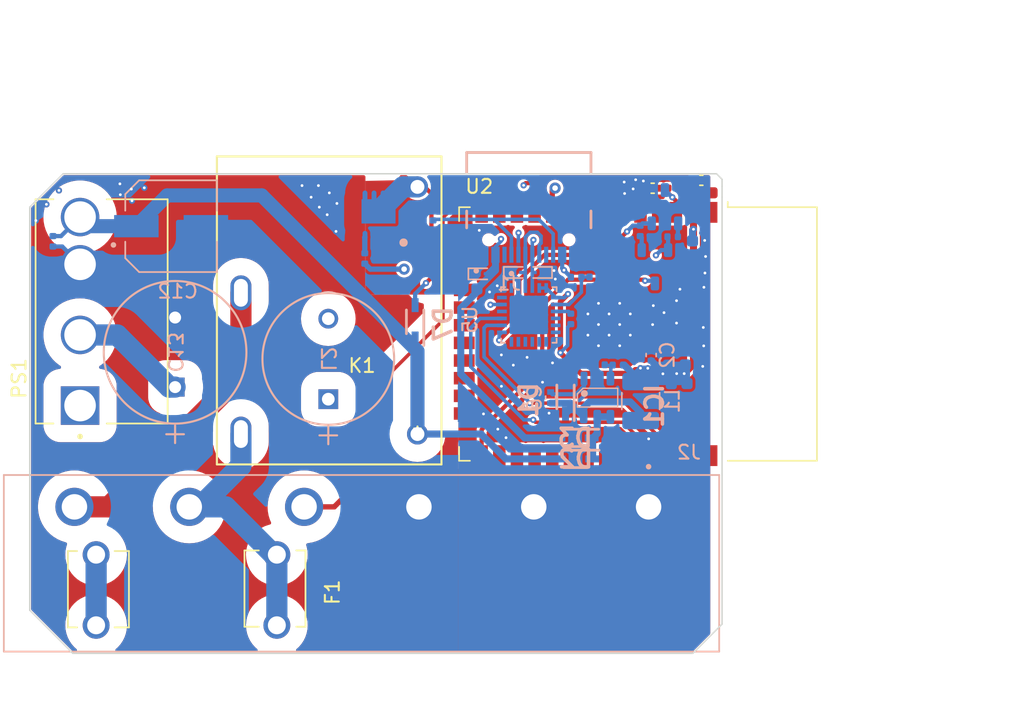
<source format=kicad_pcb>
(kicad_pcb (version 20221018) (generator pcbnew)
  (layers (0 "F.Cu" signal) (1 "In1.Cu" signal) (2 "In2.Cu" signal) (31 "B.Cu" signal) (34 "B.Paste" user) (35 "F.Paste" user) (36 "B.SilkS" user "B.Silkscreen") (37 "F.SilkS" user "F.Silkscreen") (38 "B.Mask" user) (39 "F.Mask" user) (44 "Edge.Cuts" user))
  (net 0 "")
  (net 1 "3v3")
  (net 2 "GND")
  (net 3 "/ESP32/EN")
  (net 4 "Net-(Q1-B)")
  (net 5 "/ESP32/RTS")
  (net 6 "Net-(Q2-B)")
  (net 7 "/ESP32/DTR")
  (net 8 "/VUSB")
  (net 9 "Net-(U5-~{RST})")
  (net 10 "/ESP32/IO0")
  (net 11 "/ESP32/CP210x_VBUS")
  (net 12 "/ESP32/TMS")
  (net 13 "/ESP32/TDI")
  (net 20 "/VDC-WALL")
  (net 21 "Net-(D7-A)")
  (net 30 "/ESP32/TCK")
  (net 32 "/ESP32/TDO")
  (net 33 "/ESP32/ESP_UART2_RX")
  (net 34 "/ESP32/ESP_UART2_TX")
  (net 37 "/ESP32/ESP32_SS")
  (net 38 "/ESP32/ESP32_SCK")
  (net 40 "/ESP32/ESP32_MISO")
  (net 43 "Net-(J1-CC1)")
  (net 44 "/D+")
  (net 45 "/D-")
  (net 46 "/ESP32/CP210x_TX")
  (net 47 "/ESP32/CP210x_RX")
  (net 48 "Net-(IC1-BST)")
  (net 49 "Net-(D1-K)")
  (net 50 "/3V3-Supply/FB")
  (net 51 "/3V3-Supply/VIN")
  (net 64 "/ESP32/ESP32_MOSI")
  (net 65 "Net-(PS1-AC(L))")
  (net 66 "/ESP32/RELAY_OUT")
  (net 67 "Net-(PS1-+V(CAP))")
  (net 68 "Net-(Q3-G)")
  (net 69 "/AC_LIVE_SWITCHED")
  (net 70 "/AC_LIVE")
  (net 71 "/SWITCH_IN")
  (net 72 "Net-(F1-Pad2)")
  (footprint "esp32-socket-switcher:C_0603_1608Metric" (layer "F.Cu") (at 103.23 43.07)
    (fp_text reference "C11" hide)
    (fp_text value "4.7uF" hide)
  )
  (footprint "esp32-socket-switcher:C_0402_1005Metric" (layer "F.Cu") (at 99.71 42.74 180)
    (fp_text reference "C9" hide)
    (fp_text value "100nF")
  )
  (footprint "esp32-socket-switcher:ESP32-WROOM-32" (layer "F.Cu") (at 95.665 53.225 -90)
    (fp_text reference "U2")
    (fp_text value "ESP32-WROOM-32E-H4")
  )
  (footprint "esp32-socket-switcher:CONV_LS01-K3B05SS" (layer "F.Cu") (at 58.52 51.6 90)
    (fp_text reference "PS1")
    (fp_text value "LS01-K3B05SS")
  )
  (footprint "esp32-socket-switcher:C_0402_1005Metric" (layer "F.Cu") (at 103.21 42.17)
    (fp_text reference "C4" hide)
    (fp_text value "100nF")
  )
  (footprint "esp32-socket-switcher:FUSE_3519" (layer "F.Cu") (at 66.175 71.64 -90)
    (fp_text reference "F1")
    (fp_text value "Fuse 1A/300V")
  )
  (footprint "esp32-socket-switcher:R_0402_1005Metric" (layer "F.Cu") (at 91.19 42.75 -90)
    (fp_text reference "R13" hide)
    (fp_text value "10k" hide)
  )
  (footprint "esp32-socket-switcher:RELAY_G5CA_OMR" (layer "F.Cu") (at 82.79 60.422601 180)
    (fp_text reference "K1")
    (fp_text value "G5CA-1A DC5")
  )
  (footprint "esp32-socket-switcher:R_0402_1005Metric" (layer "F.Cu") (at 101.21 42.73)
    (fp_text reference "R6" hide)
    (fp_text value "10k" hide)
  )
  (footprint "esp32-socket-switcher:SOD2512X110N" (layer "B.Cu") (at 82.62 52.35 90)
    (fp_text reference "D7")
    (fp_text value "NSR0530HT1G" hide)
  )
  (footprint "esp32-socket-switcher:D_SOD-923" (layer "B.Cu") (at 87.3125 48.9)
    (fp_text reference "D4" hide)
    (fp_text value "ESD9B3.3ST5G")
  )
  (footprint "esp32-socket-switcher:R_0402_1005Metric" (layer "B.Cu") (at 83.91 45.43 90)
    (fp_text reference "R7" hide)
    (fp_text value "5.1k" hide)
  )
  (footprint "esp32-socket-switcher:C_0603_1608Metric" (layer "B.Cu") (at 102.575 47.28 -90)
    (fp_text reference "C3" hide)
    (fp_text value "4.7uF" hide)
  )
  (footprint "esp32-socket-switcher:U1-S_NCH" (layer "B.Cu") (at 65.355 57.045 90)
    (fp_text reference "C13")
    (fp_text value "UCY2G100MPD")
  )
  (footprint "esp32-socket-switcher:R_0402_1005Metric" (layer "B.Cu") (at 101.15 46.23)
    (fp_text reference "R2" hide)
    (fp_text value "10k" hide)
  )
  (footprint "esp32-socket-switcher:C_0603_1608Metric" (layer "B.Cu") (at 100.84 54.72 90)
    (fp_text reference "C10" hide)
    (fp_text value "4.7uF" hide)
  )
  (footprint "esp32-socket-switcher:SOD2512X110N" (layer "B.Cu") (at 94.155 62.21 180)
    (fp_text reference "D2")
    (fp_text value "NSR0530HT1G" hide)
  )
  (footprint "esp32-socket-switcher:R_0402_1005Metric" (layer "B.Cu") (at 79 47.79 90)
    (fp_text reference "R12" hide)
    (fp_text value "10" hide)
  )
  (footprint "esp32-socket-switcher:R_0402_1005Metric" (layer "B.Cu") (at 98.81 45.81 -90)
    (fp_text reference "R1" hide)
    (fp_text value "10k" hide)
  )
  (footprint "Inductor_SMD:L_1210_3225Metric" (layer "B.Cu") (at 98.85 58.05 90)
    (fp_text reference "L1")
    (fp_text value "2.2uH")
  )
  (footprint "esp32-socket-switcher:QFN50P400X400X80-25N" (layer "B.Cu") (at 90.8 51.855 -90)
    (fp_text reference "U5")
    (fp_text value "CP2102N-A02-GQFN24R")
  )
  (footprint "esp32-socket-switcher:R_0402_1005Metric" (layer "B.Cu") (at 94.205 49.14 180)
    (fp_text reference "R4" hide)
    (fp_text value "22k" hide)
  )
  (footprint "esp32-socket-switcher:GCT_USB4110GFA" (layer "B.Cu") (at 90.8 46.45)
    (fp_text reference "J1")
    (fp_text value "USB4110GFA")
  )
  (footprint "esp32-socket-switcher:D_SOD-923" (layer "B.Cu") (at 89.86 48.8)
    (fp_text reference "D5" hide)
    (fp_text value "ESD9B3.3ST5G")
  )
  (footprint "esp32-socket-switcher:SOT-23-3" (layer "B.Cu") (at 99.87 48.39 -90)
    (fp_text reference "Q2" hide)
    (fp_text value "SS8050-G" hide)
  )
  (footprint "esp32-socket-switcher:SOT95P280X100-6N" (layer "B.Cu") (at 95.72 57.83 -90)
    (fp_text reference "IC1")
    (fp_text value "ADP2301AUJZ-R7" hide)
  )
  (footprint "esp32-socket-switcher:SOT-23-3" (layer "B.Cu") (at 100.59 44.07 90)
    (fp_text reference "Q1" hide)
    (fp_text value "SS8050-G" hide)
  )
  (footprint "esp32-socket-switcher:C_0603_1608Metric" (layer "B.Cu") (at 102.05 54.7 90)
    (fp_text reference "C1" hide)
    (fp_text value "4.7uF" hide)
  )
  (footprint "esp32-socket-switcher:R_0402_1005Metric" (layer "B.Cu") (at 97.21 55.46)
    (fp_text reference "R5" hide)
    (fp_text value "31.6k" hide)
  )
  (footprint "esp32-socket-switcher:C_0603_1608Metric" (layer "B.Cu") (at 101.05 57.55 -90)
    (fp_text reference "C8" hide)
    (fp_text value "4.7uF" hide)
  )
  (footprint "esp32-socket-switcher:SOD2512X110N" (layer "B.Cu") (at 93.44 57.75 90)
    (fp_text reference "D1")
    (fp_text value "NSR0530HT1G" hide)
  )
  (footprint "esp32-socket-switcher:R_0402_1005Metric" (layer "B.Cu") (at 95.54 49.12 180)
    (fp_text reference "R9" hide)
    (fp_text value "47.5k" hide)
  )
  (footprint "esp32-socket-switcher:C_0402_1005Metric" (layer "B.Cu") (at 92.37 57.8 -90)
    (fp_text reference "C6")
    (fp_text value "100nF")
  )
  (footprint "esp32-socket-switcher:R_0402_1005Metric" (layer "B.Cu") (at 95.885 55.44)
    (fp_text reference "R11" hide)
    (fp_text value "10.2k" hide)
  )
  (footprint "esp32-socket-switcher:C_0603_1608Metric" (layer "B.Cu") (at 102.18 57.54 -90)
    (fp_text reference "C7" hide)
    (fp_text value "4.7uF" hide)
  )
  (footprint "esp32-socket-switcher:C_0402_1005Metric" (layer "B.Cu") (at 99.6 54.74 90)
    (fp_text reference "C2")
    (fp_text value "100nF")
  )
  (footprint "esp32-socket-switcher:SOD2512X110N" (layer "B.Cu") (at 94.125 60.7 180)
    (fp_text reference "D3")
    (fp_text value "NSR0530HT1G" hide)
  )
  (footprint "esp32-socket-switcher:R_0402_1005Metric" (layer "B.Cu") (at 56.57 46.5575 90)
    (fp_text reference "R10" hide)
    (fp_text value "10k" hide)
  )
  (footprint "esp32-socket-switcher:R_0402_1005Metric" (layer "B.Cu") (at 93.82 52.14 -90)
    (fp_text reference "R3" hide)
    (fp_text value "1k" hide)
  )
  (footprint "esp32-socket-switcher:D_SOD-923" (layer "B.Cu") (at 91.61 48.8 180)
    (fp_text reference "D6" hide)
    (fp_text value "ESD9B3.3ST5G")
  )
  (footprint "esp32-socket-switcher:IND_BOURNS_RLB1014" (layer "B.Cu") (at 76.375 57.915 90)
    (fp_text reference "L2")
    (fp_text value "RLB1014-122KL")
  )
  (footprint "esp32-socket-switcher:TE_2-1437667-9" (layer "B.Cu") (at 78.765 65.66 180)
    (fp_text reference "J2")
    (fp_text value "4DB-P108-06")
  )
  (footprint "esp32-socket-switcher:C_0603_1608Metric" (layer "B.Cu") (at 86.315 49.985 180)
    (fp_text reference "C5" hide)
    (fp_text value "4.7uF" hide)
  )
  (footprint "esp32-socket-switcher:8-PowerVDFN" (layer "B.Cu") (at 79.98 44.78 90)
    (fp_text reference "Q3" hide)
    (fp_text value "CSD17575Q3T" hide)
  )
  (footprint "esp32-socket-switcher:CAP_EEEFK1C221XP" (layer "B.Cu") (at 65.07 45.47)
    (fp_text reference "C12")
    (fp_text value "EEE-FK1C221XP")
  )
  (gr_line (start 103.8 41.7) (end 103 41.7) (stroke (width 0.1)) (layer "Edge.Cuts"))
  (gr_line (start 103 41.7) (end 58.3 41.7) (stroke (width 0.1)) (layer "Edge.Cuts"))
  (gr_line (start 104.7 74.1) (end 104.7 43.4) (stroke (width 0.1)) (layer "Edge.Cuts"))
  (gr_line (start 104.3 41.7) (end 104.6 42) (stroke (width 0.1)) (layer "Edge.Cuts"))
  (gr_line (start 57.3 41.7) (end 55.2 43.8) (stroke (width 0.1)) (layer "Edge.Cuts"))
  (gr_line (start 103.8 41.7) (end 104.3 41.7) (stroke (width 0.1)) (layer "Edge.Cuts"))
  (gr_line (start 104.7 43.4) (end 104.7 42.6) (stroke (width 0.1)) (layer "Edge.Cuts"))
  (gr_line (start 54.9 44.1) (end 54.9 45.1) (stroke (width 0.1)) (layer "Edge.Cuts"))
  (gr_line (start 58 76.2) (end 102.6 76.2) (stroke (width 0.1)) (layer "Edge.Cuts"))
  (gr_line (start 104.6 42) (end 104.7 42.1) (stroke (width 0.1)) (layer "Edge.Cuts"))
  (gr_line (start 58.3 41.7) (end 57.3 41.7) (stroke (width 0.1)) (layer "Edge.Cuts"))
  (gr_line (start 102.6 76.2) (end 104.7 74.1) (stroke (width 0.1)) (layer "Edge.Cuts"))
  (gr_line (start 104.7 42.1) (end 104.7 42.6) (stroke (width 0.1)) (layer "Edge.Cuts"))
  (gr_line (start 54.9 45.1) (end 54.9 73.1) (stroke (width 0.1)) (layer "Edge.Cuts"))
  (gr_line (start 54.9 73.1) (end 58 76.2) (stroke (width 0.1)) (layer "Edge.Cuts"))
  (gr_line (start 55.2 43.8) (end 54.9 44.1) (stroke (width 0.1)) (layer "Edge.Cuts"))
  (segment (start 102.81 42.17) (end 102.48 42.5) (width 0.508) (layer "F.Cu") (net 1))
  (segment (start 94.545 56.06) (end 98.2 56.06) (width 0.381) (layer "F.Cu") (net 1))
  (segment (start 93.075 54.57) (end 93.075 54.59) (width 0.381) (layer "F.Cu") (net 1))
  (segment (start 102.645 44.475) (end 102.645 55.405) (width 0.508) (layer "F.Cu") (net 1))
  (segment (start 102.645 45.69) (end 102.645 44.475) (width 0.508) (layer "F.Cu") (net 1))
  (segment (start 102.645 43.235) (end 102.48 43.07) (width 0.508) (layer "F.Cu") (net 1))
  (segment (start 93.615 50.35) (end 93.075 50.89) (width 0.381) (layer "F.Cu") (net 1))
  (segment (start 101.435 56.075) (end 100.46 56.075) (width 0.508) (layer "F.Cu") (net 1))
  (segment (start 98.2 56.06) (end 98.465 55.795) (width 0.381) (layer "F.Cu") (net 1))
  (segment (start 101.975 56.075) (end 101.435 56.075) (width 0.508) (layer "F.Cu") (net 1))
  (segment (start 101.585 42.73) (end 102.14 42.73) (width 0.508) (layer "F.Cu") (net 1))
  (segment (start 102.48 42.5) (end 102.48 43.07) (width 0.508) (layer "F.Cu") (net 1))
  (segment (start 102.645 55.405) (end 101.975 56.075) (width 0.508) (layer "F.Cu") (net 1))
  (segment (start 98.83 55.68) (end 98.715 55.795) (width 0.381) (layer "F.Cu") (net 1))
  (segment (start 98.715 55.795) (end 98.465 55.795) (width 0.381) (layer "F.Cu") (net 1))
  (segment (start 93.075 54.59) (end 94.545 56.06) (width 0.381) (layer "F.Cu") (net 1))
  (segment (start 99.255 55.795) (end 99.36 55.69) (width 0.381) (layer "F.Cu") (net 1))
  (segment (start 90.58 42.375) (end 90.425 42.53) (width 0.3048) (layer "F.Cu") (net 1))
  (segment (start 91.19 42.375) (end 90.58 42.375) (width 0.3048) (layer "F.Cu") (net 1))
  (segment (start 102.645 44.475) (end 102.645 43.235) (width 0.508) (layer "F.Cu") (net 1))
  (segment (start 102.14 42.73) (end 102.48 43.07) (width 0.508) (layer "F.Cu") (net 1))
  (segment (start 98.465 55.795) (end 99.255 55.795) (width 0.381) (layer "F.Cu") (net 1))
  (segment (start 100.46 56.075) (end 100.445 56.09) (width 0.508) (layer "F.Cu") (net 1))
  (segment (start 93.075 50.89) (end 93.075 54.57) (width 0.381) (layer "F.Cu") (net 1))
  (via (at 99.36 55.69) (size 0.45) (drill 0.2) (layers "F.Cu" "B.Cu") (net 1))
  (via (at 102.645 45.69) (size 0.45) (drill 0.2) (layers "F.Cu" "B.Cu") (net 1))
  (via (at 98.83 55.68) (size 0.45) (drill 0.2) (layers "F.Cu" "B.Cu") (net 1))
  (via (at 101.435 56.075) (size 0.45) (drill 0.2) (layers "F.Cu" "B.Cu") (net 1))
  (via (at 90.425 42.53) (size 0.45) (drill 0.2) (layers "F.Cu" "B.Cu") (net 1))
  (via (at 100.445 56.09) (size 0.45) (drill 0.2) (layers "F.Cu" "B.Cu") (net 1))
  (via (at 93.075 54.57) (size 0.45) (drill 0.2) (layers "F.Cu" "B.Cu") (net 1))
  (via (at 93.615 50.35) (size 0.45) (drill 0.2) (layers "F.Cu" "B.Cu") (net 1))
  (via (at 101.975 56.075) (size 0.45) (drill 0.2) (layers "F.Cu" "B.Cu") (net 1))
  (segment (start 102.645 45.69) (end 102.575 45.76) (width 0.508) (layer "B.Cu") (net 1))
  (segment (start 100.84 55.47) (end 99.93 55.47) (width 0.508) (layer "B.Cu") (net 1))
  (segment (start 102.04 56.65) (end 102.18 56.79) (width 0.508) (layer "B.Cu") (net 1))
  (segment (start 92.05 49.92) (end 92.735 50.605) (width 0.25) (layer "B.Cu") (net 1))
  (segment (start 99.93 55.47) (end 99.6 55.14) (width 0.508) (layer "B.Cu") (net 1))
  (segment (start 93.595 54.05) (end 93.595 52.74) (width 0.254) (layer "B.Cu") (net 1))
  (segment (start 97.585 55.46) (end 97.66 55.46) (width 0.508) (layer "B.Cu") (net 1))
  (segment (start 98.85 56.65) (end 102.04 56.65) (width 0.508) (layer "B.Cu") (net 1))
  (segment (start 93.075 54.57) (end 93.595 54.05) (width 0.254) (layer "B.Cu") (net 1))
  (segment (start 102.05 55.45) (end 102.03 55.47) (width 0.508) (layer "B.Cu") (net 1))
  (segment (start 93.355 50.61) (end 92.74 50.61) (width 0.25) (layer "B.Cu") (net 1))
  (segment (start 93.595 52.74) (end 93.82 52.515) (width 0.254) (layer "B.Cu") (net 1))
  (segment (start 97.66 55.46) (end 98.85 56.65) (width 0.508) (layer "B.Cu") (net 1))
  (segment (start 92.74 50.61) (end 92.735 50.605) (width 0.25) (layer "B.Cu") (net 1))
  (segment (start 91.55 49.92) (end 92.05 49.92) (width 0.25) (layer "B.Cu") (net 1))
  (segment (start 102.575 45.76) (end 102.575 46.53) (width 0.508) (layer "B.Cu") (net 1))
  (segment (start 102.03 55.47) (end 100.84 55.47) (width 0.508) (layer "B.Cu") (net 1))
  (segment (start 93.615 50.35) (end 93.355 50.61) (width 0.25) (layer "B.Cu") (net 1))
  (via (at 88.83 56.985) (size 0.45) (drill 0.2) (layers "F.Cu" "B.Cu") (net 2))
  (via (at 99.04 42.22) (size 0.45) (drill 0.2) (layers "F.Cu" "B.Cu") (net 2))
  (via (at 98.305 42.79) (size 0.45) (drill 0.2) (layers "F.Cu" "B.Cu") (net 2))
  (via (at 76.45 43.075) (size 0.45) (drill 0.2) (layers "F.Cu" "B.Cu") (net 2))
  (via (at 89.16 60.685) (size 0.45) (drill 0.2) (layers "F.Cu" "B.Cu") (net 2))
  (via (at 103.395 49.865) (size 0.45) (drill 0.2) (layers "F.Cu" "B.Cu") (net 2))
  (via (at 103.38 54.08) (size 0.45) (drill 0.2) (layers "F.Cu" "B.Cu") (net 2))
  (via (at 92.61 48.665) (size 0.45) (drill 0.2) (layers "F.Cu" "B.Cu") (net 2))
  (via (at 76.93 45.845) (size 0.45) (drill 0.2) (layers "F.Cu" "B.Cu") (net 2))
  (via (at 62.255 43.64) (size 0.45) (drill 0.2) (layers "F.Cu" "B.Cu") (net 2))
  (via (at 92.505 55.305) (size 0.45) (drill 0.2) (layers "F.Cu" "B.Cu") (net 2))
  (via (at 101.425 52.44) (size 0.45) (drill 0.2) (layers "F.Cu" "B.Cu") (net 2))
  (via (at 87.235 45.77) (size 0.45) (drill 0.2) (layers "F.Cu" "B.Cu") (net 2))
  (via (at 87.54 58.975) (size 0.45) (drill 0.2) (layers "F.Cu" "B.Cu") (net 2))
  (via (at 75.73 44.1) (size 0.45) (drill 0.2) (layers "F.Cu" "B.Cu") (net 2))
  (via (at 74.485 42.55) (size 0.45) (drill 0.2) (layers "F.Cu" "B.Cu") (net 2))
  (via (at 103.515 47.65) (size 0.45) (drill 0.2) (layers "F.Cu" "B.Cu") (net 2))
  (via (at 88.53 49.755) (size 0.45) (drill 0.2) (layers "F.Cu" "B.Cu") (net 2))
  (via (at 57 42.9) (size 0.45) (drill 0.2) (layers "F.Cu" "B.Cu") (net 2))
  (via (at 100.525 51.69) (size 0.45) (drill 0.2) (layers "F.Cu" "B.Cu") (net 2))
  (via (at 103.35 52.755) (size 0.45) (drill 0.2) (layers "F.Cu" "B.Cu") (net 2))
  (via (at 101.670431 50.004859) (size 0.45) (drill 0.2) (layers "F.Cu" "B.Cu") (net 2))
  (via (at 97.66 42.295) (size 0.45) (drill 0.2) (layers "F.Cu" "B.Cu") (net 2))
  (via (at 55.34 45.065) (size 0.45) (drill 0.2) (layers "F.Cu" "B.Cu") (net 2))
  (via (at 75.14 43.385) (size 0.45) (drill 0.2) (layers "F.Cu" "B.Cu") (net 2))
  (via (at 62.21 42.8) (size 0.45) (drill 0.2) (layers "F.Cu" "B.Cu") (net 2))
  (via (at 99.42 60.77) (size 0.45) (drill 0.2) (layers "F.Cu" "B.Cu") (net 2))
  (via (at 92.705 49.275) (size 0.45) (drill 0.2) (layers "F.Cu" "B.Cu") (net 2))
  (via (at 89.685 55.465) (size 0.45) (drill 0.2) (layers "F.Cu" "B.Cu") (net 2))
  (via (at 90.675 54.905) (size 0.45) (drill 0.2) (layers "F.Cu" "B.Cu") (net 2))
  (via (at 98.485 42.13) (size 0.45) (drill 0.2) (layers "F.Cu" "B.Cu") (net 2))
  (via (at 99.705 52.55) (size 0.45) (drill 0.2) (layers "F.Cu" "B.Cu") (net 2))
  (via (at 92.255 58.92) (size 0.45) (drill 0.2) (layers "F.Cu" "B.Cu") (net 2))
  (via (at 103.47 48.84) (size 0.45) (drill 0.2) (layers "F.Cu" "B.Cu") (net 2))
  (via (at 63.14 42.71) (size 0.45) (drill 0.2) (layers "F.Cu" "B.Cu") (net 2))
  (via (at 61.385 42.425) (size 0.45) (drill 0.2) (layers "F.Cu" "B.Cu") (net 2))
  (via (at 76.995 43.835) (size 0.45) (drill 0.2) (layers "F.Cu" "B.Cu") (net 2))
  (via (at 91.785 56.695) (size 0.45) (drill 0.2) (layers "F.Cu" "B.Cu") (net 2))
  (via (at 103.31 55.555) (size 0.45) (drill 0.2) (layers "F.Cu" "B.Cu") (net 2))
  (via (at 75.665 42.55) (size 0.45) (drill 0.2) (layers "F.Cu" "B.Cu") (net 2))
  (via (at 88.57 60.07) (size 0.45) (drill 0.2) (layers "F.Cu" "B.Cu") (net 2))
  (via (at 61.415 43.205) (size 0.45) (drill 0.2) (layers "F.Cu" "B.Cu") (net 2))
  (via (at 87.975884 50.203389) (size 0.45) (drill 0.2) (layers "F.Cu" "B.Cu") (net 2))
  (via (at 76.295 44.645) (size 0.45) (drill 0.2) (layers "F.Cu" "B.Cu") (net 2))
  (via (at 56.1 43.9) (size 0.45) (drill 0.2) (layers "F.Cu" "B.Cu") (net 2))
  (via (at 99.755 51.185) (size 0.45) (drill 0.2) (layers "F.Cu" "B.Cu") (net 2))
  (via (at 97.69 43.12) (size 0.45) (drill 0.2) (layers "F.Cu" "B.Cu") (net 2))
  (via (at 88.825 54.73) (size 0.45) (drill 0.2) (layers "F.Cu" "B.Cu") (net 2))
  (via (at 103.45 46.495) (size 0.45) (drill 0.2) (layers "F.Cu" "B.Cu") (net 2))
  (via (at 101.425 50.83) (size 0.45) (drill 0.2) (layers "F.Cu" "B.Cu") (net 2))
  (segment (start 57.2375 46.9325) (end 58.52 48.215) (width 0.3048) (layer "B.Cu") (net 2))
  (segment (start 56.57 46.9325) (end 57.2375 46.9325) (width 0.3048) (layer "B.Cu") (net 2))
  (segment (start 100.835 42.73) (end 100.835 43.1) (width 0.3048) (layer "F.Cu") (net 3))
  (segment (start 101.375 43.64) (end 101.125 43.39) (width 0.3048) (layer "F.Cu") (net 3))
  (segment (start 100.11 42.74) (end 100.825 42.74) (width 0.3048) (layer "F.Cu") (net 3))
  (segment (start 100.835 43.1) (end 101.125 43.39) (width 0.3048) (layer "F.Cu") (net 3))
  (segment (start 101.375 44.475) (end 101.375 43.64) (width 0.3048) (layer "F.Cu") (net 3))
  (segment (start 100.825 42.74) (end 100.835 42.73) (width 0.3048) (layer "F.Cu") (net 3))
  (via (at 101.125 43.39) (size 0.45) (drill 0.2) (layers "F.Cu" "B.Cu") (net 3))
  (segment (start 101.11 43.39) (end 101.125 43.39) (width 0.3048) (layer "B.Cu") (net 3))
  (segment (start 100.59 42.87) (end 101.11 43.39) (width 0.3048) (layer "B.Cu") (net 3))
  (segment (start 101.525 45.285) (end 101.525 46.23) (width 0.3048) (layer "B.Cu") (net 4))
  (segment (start 101.54 45.27) (end 101.525 45.285) (width 0.3048) (layer "B.Cu") (net 4))
  (segment (start 90.11 52.235) (end 90.11 49.345) (width 0.3048) (layer "F.Cu") (net 5))
  (segment (start 90.11 49.345) (end 91.92 47.535) (width 0.3048) (layer "F.Cu") (net 5))
  (segment (start 88.67 53.675) (end 90.11 52.235) (width 0.3048) (layer "F.Cu") (net 5))
  (segment (start 91.92 47.535) (end 96.185 47.535) (width 0.3048) (layer "F.Cu") (net 5))
  (segment (start 96.185 47.535) (end 97.865 45.855) (width 0.3048) (layer "F.Cu") (net 5))
  (via (at 88.67 53.675) (size 0.45) (drill 0.2) (layers "F.Cu" "B.Cu") (net 5))
  (via (at 97.865 45.855) (size 0.45) (drill 0.2) (layers "F.Cu" "B.Cu") (net 5))
  (segment (start 99.64 45.27) (end 98.975 45.27) (width 0.3048) (layer "B.Cu") (net 5))
  (segment (start 98.285 45.435) (end 97.865 45.855) (width 0.3048) (layer "B.Cu") (net 5))
  (segment (start 98.975 45.27) (end 98.81 45.435) (width 0.3048) (layer "B.Cu") (net 5))
  (segment (start 98.81 45.435) (end 98.285 45.435) (width 0.3048) (layer "B.Cu") (net 5))
  (segment (start 88.67 53.3) (end 88.865 53.105) (width 0.254) (layer "B.Cu") (net 5))
  (segment (start 88.67 53.675) (end 88.67 53.3) (width 0.254) (layer "B.Cu") (net 5))
  (segment (start 98.92 47.19) (end 98.92 46.295) (width 0.3048) (layer "B.Cu") (net 6))
  (segment (start 98.92 46.295) (end 98.81 46.185) (width 0.3048) (layer "B.Cu") (net 6))
  (via (at 88.04 51.12) (size 0.45) (drill 0.2) (layers "F.Cu" "B.Cu") (net 7))
  (via (at 99.945 47.565) (size 0.45) (drill 0.2) (layers "F.Cu" "B.Cu") (net 7))
  (segment (start 88.055 51.105) (end 88.04 51.12) (width 0.254) (layer "B.Cu") (net 7))
  (segment (start 100.82 46.275) (end 100.82 47.19) (width 0.3048) (layer "B.Cu") (net 7))
  (segment (start 100.32 47.19) (end 99.945 47.565) (width 0.3048) (layer "B.Cu") (net 7))
  (segment (start 100.775 46.23) (end 100.82 46.275) (width 0.3048) (layer "B.Cu") (net 7))
  (segment (start 100.82 47.19) (end 100.32 47.19) (width 0.3048) (layer "B.Cu") (net 7))
  (segment (start 88.865 51.105) (end 88.055 51.105) (width 0.254) (layer "B.Cu") (net 7))
  (via (at 88.8 46.39) (size 0.45) (drill 0.2) (layers "F.Cu" "B.Cu") (net 8))
  (via (at 93.33 48.635) (size 0.45) (drill 0.2) (layers "F.Cu" "B.Cu") (net 8))
  (segment (start 87.065 49.985) (end 88.4 48.65) (width 0.508) (layer "B.Cu") (net 8))
  (segment (start 90.5 60.7) (end 92.925 60.7) (width 0.508) (layer "B.Cu") (net 8))
  (segment (start 88.4 48.65) (end 88.4 47.525) (width 0.508) (layer "B.Cu") (net 8))
  (segment (start 87.065 50.21) (end 85.905 51.37) (width 0.508) (layer "B.Cu") (net 8))
  (segment (start 93.33 48.635) (end 93.2 48.505) (width 0.3048) (layer "B.Cu") (net 8))
  (segment (start 93.33 48.635) (end 93.33 48.64) (width 0.3048) (layer "B.Cu") (net 8))
  (segment (start 85.905 56.105) (end 90.5 60.7) (width 0.508) (layer "B.Cu") (net 8))
  (segment (start 88.4 47.525) (end 88.4 48.2325) (width 0.254) (layer "B.Cu") (net 8))
  (segment (start 93.2 48.505) (end 93.2 47.525) (width 0.3048) (layer "B.Cu") (net 8))
  (segment (start 87.065 49.985) (end 87.065 50.21) (width 0.508) (layer "B.Cu") (net 8))
  (segment (start 88.4 48.2325) (end 87.7325 48.9) (width 0.254) (layer "B.Cu") (net 8))
  (segment (start 88.8 46.552778) (end 88.4 46.952778) (width 0.254) (layer "B.Cu") (net 8))
  (segment (start 93.33 48.64) (end 93.83 49.14) (width 0.3048) (layer "B.Cu") (net 8))
  (segment (start 88.8 46.39) (end 88.8 46.552778) (width 0.254) (layer "B.Cu") (net 8))
  (segment (start 88.4 46.952778) (end 88.4 47.525) (width 0.254) (layer "B.Cu") (net 8))
  (segment (start 85.905 51.37) (end 85.905 56.105) (width 0.508) (layer "B.Cu") (net 8))
  (segment (start 93.66 51.605) (end 93.82 51.765) (width 0.254) (layer "B.Cu") (net 9))
  (segment (start 92.735 51.605) (end 93.66 51.605) (width 0.254) (layer "B.Cu") (net 9))
  (segment (start 91.765 55.75) (end 91.765 51.175) (width 0.3048) (layer "F.Cu") (net 10))
  (segment (start 93.62 49.32) (end 99.09 49.32) (width 0.3048) (layer "F.Cu") (net 10))
  (segment (start 99.09 49.32) (end 99.165 49.395) (width 0.3048) (layer "F.Cu") (net 10))
  (segment (start 87.405 60.11) (end 91.765 55.75) (width 0.3048) (layer "F.Cu") (net 10))
  (segment (start 87.405 61.975) (end 87.405 60.11) (width 0.3048) (layer "F.Cu") (net 10))
  (segment (start 91.765 51.175) (end 93.62 49.32) (width 0.3048) (layer "F.Cu") (net 10))
  (via (at 99.165 49.395) (size 0.45) (drill 0.2) (layers "F.Cu" "B.Cu") (net 10))
  (segment (start 99.675 49.395) (end 99.87 49.59) (width 0.3048) (layer "B.Cu") (net 10))
  (segment (start 99.165 49.395) (end 99.675 49.395) (width 0.3048) (layer "B.Cu") (net 10))
  (segment (start 94.58 50.22) (end 94.58 49.14) (width 0.254) (layer "B.Cu") (net 11))
  (segment (start 94.6 49.12) (end 94.58 49.14) (width 0.254) (layer "B.Cu") (net 11))
  (segment (start 93.695 51.105) (end 94.58 50.22) (width 0.254) (layer "B.Cu") (net 11))
  (segment (start 92.735 51.105) (end 93.695 51.105) (width 0.254) (layer "B.Cu") (net 11))
  (segment (start 95.165 49.12) (end 94.6 49.12) (width 0.254) (layer "B.Cu") (net 11))
  (segment (start 59.175 45.47) (end 58.52 44.815) (width 1.016) (layer "B.Cu") (net 20))
  (segment (start 89.15 62.21) (end 87.362601 60.422601) (width 0.508) (layer "B.Cu") (net 20))
  (segment (start 56.57 46.1825) (end 57.1525 46.1825) (width 0.3048) (layer "B.Cu") (net 20))
  (segment (start 64.785 43.255) (end 71.585 43.255) (width 1.016) (layer "B.Cu") (net 20))
  (segment (start 92.955 62.21) (end 89.15 62.21) (width 0.508) (layer "B.Cu") (net 20))
  (segment (start 71.585 43.255) (end 82.79 54.46) (width 1.016) (layer "B.Cu") (net 20))
  (segment (start 87.362601 60.422601) (end 82.79 60.422601) (width 0.508) (layer "B.Cu") (net 20))
  (segment (start 62.57 45.47) (end 59.175 45.47) (width 1.016) (layer "B.Cu") (net 20))
  (segment (start 82.79 54.46) (end 82.79 60.422601) (width 1.016) (layer "B.Cu") (net 20))
  (segment (start 62.57 45.47) (end 64.785 43.255) (width 1.016) (layer "B.Cu") (net 20))
  (segment (start 57.1525 46.1825) (end 58.52 44.815) (width 0.3048) (layer "B.Cu") (net 20))
  (segment (start 83.302598 42.642598) (end 83.795 43.135) (width 0.3048) (layer "F.Cu") (net 21))
  (segment (start 83.795 43.135) (end 83.795 49.17) (width 0.3048) (layer "F.Cu") (net 21))
  (segment (start 83.795 49.17) (end 83.405 49.56) (width 0.3048) (layer "F.Cu") (net 21))
  (segment (start 82.79 42.642598) (end 83.302598 42.642598) (width 0.3048) (layer "F.Cu") (net 21))
  (via (at 83.405 49.56) (size 0.45) (drill 0.2) (layers "F.Cu" "B.Cu") (net 21))
  (segment (start 82.62 51.15) (end 82.62 50.345) (width 0.3048) (layer "B.Cu") (net 21))
  (segment (start 82.62 50.345) (end 83.405 49.56) (width 0.3048) (layer "B.Cu") (net 21))
  (segment (start 82.79 42.642598) (end 81.752402 42.642598) (width 1.524) (layer "B.Cu") (net 21))
  (segment (start 81.752402 42.642598) (end 79.99 44.405) (width 1.524) (layer "B.Cu") (net 21))
  (segment (start 92.55 46.02) (end 92.55 47.525) (width 0.254) (layer "B.Cu") (net 43))
  (segment (start 84.135 44.98) (end 88.309354 44.98) (width 0.254) (layer "B.Cu") (net 43))
  (segment (start 88.309354 44.98) (end 89.55 46.220646) (width 0.254) (layer "B.Cu") (net 43))
  (segment (start 91.51 44.98) (end 92.55 46.02) (width 0.254) (layer "B.Cu") (net 43))
  (segment (start 89.55 46.220646) (end 89.55 47.525) (width 0.254) (layer "B.Cu") (net 43))
  (segment (start 88.309354 44.98) (end 91.51 44.98) (width 0.254) (layer "B.Cu") (net 43))
  (segment (start 90.55 47.525) (end 90.55 49.92) (width 0.254) (layer "B.Cu") (net 44))
  (segment (start 90.55 47.525) (end 90.55 46.259354) (width 0.254) (layer "B.Cu") (net 44))
  (segment (start 90.901354 45.908) (end 91.408 45.908) (width 0.254) (layer "B.Cu") (net 44))
  (segment (start 90.55 46.259354) (end 90.901354 45.908) (width 0.254) (layer "B.Cu") (net 44))
  (segment (start 91.408 45.908) (end 91.682 46.182) (width 0.254) (layer "B.Cu") (net 44))
  (segment (start 91.682 46.688646) (end 91.55 46.820646) (width 0.254) (layer "B.Cu") (net 44))
  (segment (start 91.55 46.820646) (end 91.55 47.525) (width 0.254) (layer "B.Cu") (net 44))
  (segment (start 91.682 46.182) (end 91.682 46.688646) (width 0.254) (layer "B.Cu") (net 44))
  (via (at 91.13 46.46) (size 0.45) (drill 0.2) (layers "F.Cu" "B.Cu") (net 45))
  (via (at 90.06 45.95) (size 0.45) (drill 0.2) (layers "F.Cu" "B.Cu") (net 45))
  (segment (start 90.05 45.96) (end 90.06 45.95) (width 0.254) (layer "B.Cu") (net 45))
  (segment (start 91.05 46.54) (end 91.13 46.46) (width 0.254) (layer "B.Cu") (net 45))
  (segment (start 91.05 47.525) (end 91.05 46.54) (width 0.254) (layer "B.Cu") (net 45))
  (segment (start 90.05 47.525) (end 90.05 45.96) (width 0.254) (layer "B.Cu") (net 45))
  (segment (start 91.05 47.525) (end 91.05 49.92) (width 0.254) (layer "B.Cu") (net 45))
  (segment (start 91.115 59.4) (end 91.29 59.575) (width 0.254) (layer "F.Cu") (net 46))
  (segment (start 98.835 60.845) (end 98.835 61.975) (width 0.254) (layer "F.Cu") (net 46))
  (segment (start 97.565 59.575) (end 98.835 60.845) (width 0.254) (layer "F.Cu") (net 46))
  (segment (start 91.29 59.575) (end 97.565 59.575) (width 0.254) (layer "F.Cu") (net 46))
  (via (at 91.115 59.4) (size 0.45) (drill 0.2) (layers "F.Cu" "B.Cu") (net 46))
  (segment (start 87.3 52.105) (end 88.865 52.105) (width 0.254) (layer "B.Cu") (net 46))
  (segment (start 86.625 52.78) (end 87.3 52.105) (width 0.254) (layer "B.Cu") (net 46))
  (segment (start 86.625 55.585) (end 86.625 52.78) (width 0.254) (layer "B.Cu") (net 46))
  (segment (start 90.44 59.4) (end 86.625 55.585) (width 0.254) (layer "B.Cu") (net 46))
  (segment (start 91.115 59.4) (end 90.44 59.4) (width 0.254) (layer "B.Cu") (net 46))
  (segment (start 97.735 58.2) (end 100.105 60.57) (width 0.254) (layer "F.Cu") (net 47))
  (segment (start 90.87 58.2) (end 97.735 58.2) (width 0.254) (layer "F.Cu") (net 47))
  (segment (start 100.105 60.57) (end 100.105 61.975) (width 0.254) (layer "F.Cu") (net 47))
  (via (at 90.87 58.2) (size 0.45) (drill 0.2) (layers "F.Cu" "B.Cu") (net 47))
  (segment (start 87.58 54.88) (end 90.87 58.17) (width 0.254) (layer "B.Cu") (net 47))
  (segment (start 90.87 58.17) (end 90.87 58.2) (width 0.254) (layer "B.Cu") (net 47))
  (segment (start 87.58 52.785) (end 87.58 54.88) (width 0.254) (layer "B.Cu") (net 47))
  (segment (start 87.76 52.605) (end 87.58 52.785) (width 0.254) (layer "B.Cu") (net 47))
  (segment (start 88.865 52.605) (end 87.76 52.605) (width 0.254) (layer "B.Cu") (net 47))
  (segment (start 92.37 57.43) (end 92.5 57.56) (width 0.3048) (layer "B.Cu") (net 48))
  (segment (start 92.37 57.4) (end 92.37 57.43) (width 0.3048) (layer "B.Cu") (net 48))
  (segment (start 94.19 57.56) (end 94.77 56.98) (width 0.3048) (layer "B.Cu") (net 48))
  (segment (start 92.5 57.56) (end 94.19 57.56) (width 0.3048) (layer "B.Cu") (net 48))
  (segment (start 94.77 56.98) (end 94.77 56.43) (width 0.3048) (layer "B.Cu") (net 48))
  (segment (start 98.85 59.45) (end 98.85 58.87) (width 0.508) (layer "B.Cu") (net 49))
  (segment (start 98.09 58.11) (end 95.16 58.11) (width 0.508) (layer "B.Cu") (net 49))
  (segment (start 92.37 58.2) (end 93.79 58.2) (width 0.508) (layer "B.Cu") (net 49))
  (segment (start 98.85 58.87) (end 98.09 58.11) (width 0.508) (layer "B.Cu") (net 49))
  (segment (start 94.26 58.67) (end 93.72 58.67) (width 0.508) (layer "B.Cu") (net 49))
  (segment (start 93.72 58.67) (end 93.44 58.95) (width 0.508) (layer "B.Cu") (net 49))
  (segment (start 93.79 58.2) (end 94.745 59.155) (width 0.508) (layer "B.Cu") (net 49))
  (segment (start 94.745 59.155) (end 94.26 58.67) (width 0.508) (layer "B.Cu") (net 49))
  (segment (start 95.16 58.11) (end 94.745 58.525) (width 0.508) (layer "B.Cu") (net 49))
  (segment (start 94.745 58.525) (end 94.745 59.155) (width 0.508) (layer "B.Cu") (net 49))
  (segment (start 96.7 55.675) (end 96.865 55.51) (width 0.254) (layer "B.Cu") (net 50))
  (segment (start 96.29 55.49) (end 96.845 55.49) (width 0.254) (layer "B.Cu") (net 50))
  (segment (start 96.7 56.48) (end 96.7 55.675) (width 0.254) (layer "B.Cu") (net 50))
  (segment (start 96.845 55.49) (end 96.865 55.51) (width 0.254) (layer "B.Cu") (net 50))
  (segment (start 95.72 59.18) (end 96.67 59.18) (width 0.508) (layer "B.Cu") (net 51))
  (segment (start 95.72 59.18) (end 95.72 60.39) (width 0.508) (layer "B.Cu") (net 51))
  (segment (start 95.39 60.72) (end 95.39 62.165) (width 0.508) (layer "B.Cu") (net 51))
  (segment (start 95.39 62.165) (end 95.44 62.215) (width 0.508) (layer "B.Cu") (net 51))
  (segment (start 95.72 60.39) (end 95.39 60.72) (width 0.508) (layer "B.Cu") (net 51))
  (segment (start 92.485 44.475) (end 92.485 42.935) (width 0.381) (layer "F.Cu") (net 66))
  (segment (start 92.485 42.935) (end 92.69 42.73) (width 0.381) (layer "F.Cu") (net 66))
  (via (at 81.83 48.56) (size 0.8) (drill 0.4) (layers "F.Cu" "B.Cu") (net 66))
  (via (at 92.69 42.73) (size 0.8) (drill 0.4) (layers "F.Cu" "B.Cu") (net 66))
  (segment (start 79.395 48.56) (end 79 48.165) (width 0.381) (layer "B.Cu") (net 66))
  (segment (start 81.83 48.56) (end 79.395 48.56) (width 0.381) (layer "B.Cu") (net 66))
  (segment (start 65.355 57.045) (end 64.94 57.045) (width 1.524) (layer "B.Cu") (net 67))
  (segment (start 64.94 57.045) (end 61.19 53.295) (width 1.524) (layer "B.Cu") (net 67))
  (segment (start 61.19 53.295) (end 58.52 53.295) (width 1.524) (layer "B.Cu") (net 67))
  (segment (start 79 47.415) (end 79 46.27) (width 0.381) (layer "B.Cu") (net 68))
  (segment (start 79 46.27) (end 79.015 46.255) (width 0.381) (layer "B.Cu") (net 68))
  (segment (start 58.115 65.66) (end 60.605 65.66) (width 1.524) (layer "F.Cu") (net 69))
  (segment (start 60.605 65.66) (end 70.09 56.175) (width 1.524) (layer "F.Cu") (net 69))
  (segment (start 70.09 56.175) (end 70.09 50.262601) (width 1.524) (layer "F.Cu") (net 69))
  (segment (start 72.4375 69.1) (end 72.675 69.1) (width 1.524) (layer "B.Cu") (net 70))
  (segment (start 66.375 65.66) (end 68.9975 65.66) (width 1.524) (layer "B.Cu") (net 70))
  (segment (start 70.09 60.422601) (end 70.09 62.71) (width 1.524) (layer "B.Cu") (net 70))
  (segment (start 70.09 62.71) (end 67.14 65.66) (width 1.524) (layer "B.Cu") (net 70))
  (segment (start 72.675 69.1) (end 72.675 74.18) (width 1.524) (layer "B.Cu") (net 70))
  (segment (start 68.9975 65.66) (end 72.4375 69.1) (width 1.524) (layer "B.Cu") (net 70))
  (segment (start 67.14 65.66) (end 66.375 65.66) (width 1.524) (layer "B.Cu") (net 70))
  (segment (start 86.655 42.825) (end 84.625 44.855) (width 0.254) (layer "F.Cu") (net 71))
  (segment (start 91.19 43.125) (end 89.835 43.125) (width 0.254) (layer "F.Cu") (net 71))
  (segment (start 89.835 43.125) (end 89.535 42.825) (width 0.254) (layer "F.Cu") (net 71))
  (segment (start 84.625 52.235) (end 79.775 57.085) (width 0.254) (layer "F.Cu") (net 71))
  (segment (start 91.215 44.475) (end 91.215 43.15) (width 0.254) (layer "F.Cu") (net 71))
  (segment (start 84.625 44.855) (end 84.625 52.235) (width 0.254) (layer "F.Cu") (net 71))
  (segment (start 89.535 42.825) (end 86.655 42.825) (width 0.254) (layer "F.Cu") (net 71))
  (segment (start 79.775 62.6875) (end 76.8025 65.66) (width 0.381) (layer "F.Cu") (net 71))
  (segment (start 91.215 43.15) (end 91.19 43.125) (width 0.254) (layer "F.Cu") (net 71))
  (segment (start 76.8025 65.66) (end 74.635 65.66) (width 0.381) (layer "F.Cu") (net 71))
  (segment (start 79.775 57.085) (end 79.775 62.6875) (width 0.254) (layer "F.Cu") (net 71))
  (segment (start 59.675 74.18) (end 59.675 69.1) (width 1.524) (layer "B.Cu") (net 72))
  (zone (net 2) (net_name "GND") (layers "F.Cu" "In1.Cu" "In2.Cu" "B.Cu") (priority 2) (connect_pads yes (clearance 1.25)) (min_thickness 0.25) (fill yes (thermal_gap 0.5) (thermal_bridge_width 0.5))
    (polygon (pts (xy 52.815 40.86) (xy 79.048995 40.86) (xy 79.027824 50.395) (xy 85.706617 50.409641) (xy 85.735 51.357537) (xy 85.735 56.815) (xy 84.545 56.968826) (xy 84.505 59.45) (xy 85.735 59.56) (xy 85.735 77.310977) (xy 84.67 77.335) (xy 52.815 77.335)))
  )
  (zone (net 2) (net_name "GND") (layers "F.Cu" "In1.Cu" "In2.Cu" "B.Cu") (connect_pads yes (clearance 0.2032)) (min_thickness 0.25) (fill yes (thermal_gap 0.5) (thermal_bridge_width 1.016))
    (polygon (pts (xy 103.85 40.03) (xy 103.85 76.96) (xy 85.69 76.96) (xy 85.69 50.383168) (xy 81.552333 50.393125) (xy 81.234879 51.408008) (xy 78.38057 51.381353) (xy 78.303189 42.23) (xy 81.49 42.16) (xy 81.49 40.03)))
  )
  (zone (net 1) (net_name "3v3") (layer "B.Cu") (priority 1) (connect_pads yes (clearance 0.2032)) (min_thickness 0.25) (fill yes (thermal_gap 0.5) (thermal_bridge_width 0.5))
    (polygon (pts (xy 98.74 55.5) (xy 98.2875 55.9525) (xy 98.99 56.655) (xy 102.205 56.655) (xy 102.395 56.465) (xy 102.395 55.6) (xy 102.295 55.5)))
  )
)
</source>
